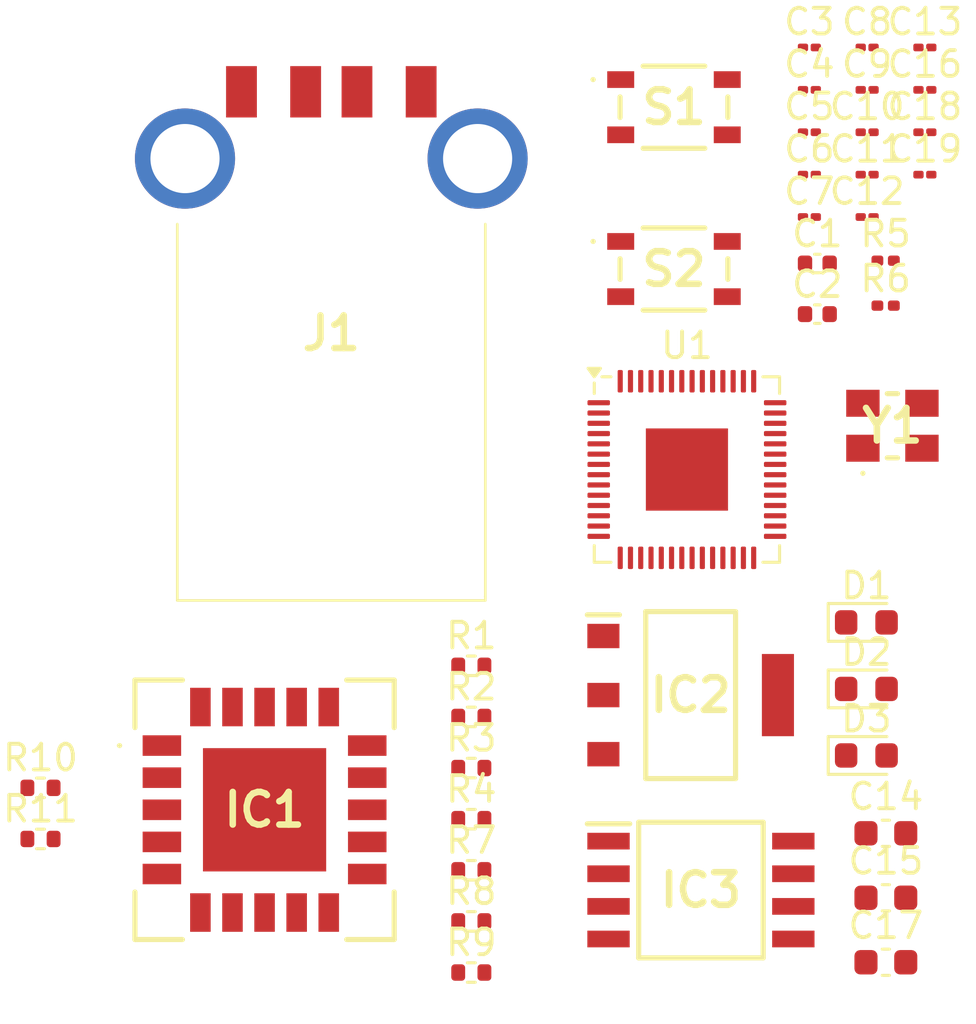
<source format=kicad_pcb>
(kicad_pcb (version 20241229) (generator "pcbnew") (generator_version "9.0")
  (layers (0 "F.Cu" signal) (2 "B.Cu" signal) (13 "F.Paste" user) (15 "B.Paste" user) (5 "F.SilkS" user "F.Silkscreen") (7 "B.SilkS" user "B.Silkscreen") (1 "F.Mask" user) (3 "B.Mask" user) (25 "Edge.Cuts" user))
  (net 0 "")
  (net 19 "+3.3V")
  (net 24 "Net-(U1-VREG_VOUT)")
  (net 30 "/QSPI_SCLK")
  (net 35 "/QSPI_SS")
  (net 36 "/QSPI_SD3")
  (net 37 "/QSPI_SD0")
  (net 38 "Net-(U1-USB_DP)")
  (net 44 "Net-(U1-USB_DM)")
  (net 51 "Net-(S1-NO_2)")
  (net 54 "/QSPI_SD2")
  (net 57 "D+")
  (net 58 "GND")
  (net 59 "+5V")
  (net 60 "D-")
  (net 61 "Net-(Y1-CRYSTAL_2)")
  (net 62 "/Xin")
  (net 63 "/Xout")
  (net 64 "/QSPI_SD1")
  (net 65 "/SDA")
  (net 66 "/SCL")
  (net 67 "Net-(S2-COM_1)")
  (net 70 "Net-(D1-K)")
  (net 71 "Net-(D1-A)")
  (net 72 "Net-(D2-A)")
  (net 73 "Net-(D2-K)")
  (net 74 "Net-(D3-K)")
  (net 75 "Net-(D3-A)")
  (footprint "Capacitor_SMD:C_01005_0402Metric" (layer "F.Cu") (at 98.645 47.79)
    (property "Reference" "C7" (at 0 -1 0) (layer "F.SilkS"))
    (property "Value" "100n")
    (pad "1" smd roundrect (at -0.25 0) (size 0.4 0.3) (layers "F.Cu" "F.Mask") (net 19 "+3.3V"))
    (pad "2" smd roundrect (at 0.25 0) (size 0.4 0.3) (layers "F.Cu" "F.Mask") (net 58 "GND"))
  )
  (footprint "Imported_parts:SCD41DR1" (layer "F.Cu") (at 77.42 70.865)
    (property "Reference" "IC1" (at 0 0 0) (layer "F.SilkS") (effects (font (size 1.27 1.27) (thickness 0.254))))
    (property "Value" "SCD41-D-R1" (hide yes))
    (fp_line (start -5.7 -2.5) (end -5.7 -2.5) (stroke (width 0.1)) (layer "F.SilkS"))
    (fp_line (start -5.6 -2.5) (end -5.6 -2.5) (stroke (width 0.1)) (layer "F.SilkS"))
    (fp_line (start -5.05 -5.05) (end -3.2 -5.05) (stroke (width 0.2)) (layer "F.SilkS"))
    (fp_line (start -5.05 -3.2) (end -5.05 -5.05) (stroke (width 0.2)) (layer "F.SilkS"))
    (fp_line (start -5.05 5.05) (end -5.05 3.2) (stroke (width 0.2)) (layer "F.SilkS"))
    (fp_line (start -3.2 5.05) (end -5.05 5.05) (stroke (width 0.2)) (layer "F.SilkS"))
    (fp_line (start 3.2 -5.05) (end 5.05 -5.05) (stroke (width 0.2)) (layer "F.SilkS"))
    (fp_line (start 3.2 5.05) (end 5.05 5.05) (stroke (width 0.2)) (layer "F.SilkS"))
    (fp_line (start 5.05 -5.05) (end 5.05 -3.2) (stroke (width 0.2)) (layer "F.SilkS"))
    (fp_line (start 5.05 5.05) (end 5.05 3.2) (stroke (width 0.2)) (layer "F.SilkS"))
    (fp_arc (start -5.7 -2.5) (mid -5.65 -2.55) (end -5.6 -2.5) (stroke (width 0.1)) (layer "F.SilkS"))
    (fp_arc (start -5.6 -2.5) (mid -5.65 -2.45) (end -5.7 -2.5) (stroke (width 0.1)) (layer "F.SilkS"))
    (pad "1" smd rect (at -4 -2.5 90) (size 0.8 1.5) (layers "F.Cu" "F.Mask" "F.Paste"))
    (pad "2" smd rect (at -4 -1.25 90) (size 0.8 1.5) (layers "F.Cu" "F.Mask" "F.Paste"))
    (pad "3" smd rect (at -4 0 90) (size 0.8 1.5) (layers "F.Cu" "F.Mask" "F.Paste"))
    (pad "4" smd rect (at -4 1.25 90) (size 0.8 1.5) (layers "F.Cu" "F.Mask" "F.Paste"))
    (pad "5" smd rect (at -4 2.5 90) (size 0.8 1.5) (layers "F.Cu" "F.Mask" "F.Paste"))
    (pad "6" smd rect (at -2.5 4) (size 0.8 1.5) (layers "F.Cu" "F.Mask" "F.Paste") (net 58 "GND"))
    (pad "7" smd rect (at -1.25 4) (size 0.8 1.5) (layers "F.Cu" "F.Mask" "F.Paste") (net 19 "+3.3V"))
    (pad "8" smd rect (at 0 4) (size 0.8 1.5) (layers "F.Cu" "F.Mask" "F.Paste"))
    (pad "9" smd rect (at 1.25 4) (size 0.8 1.5) (layers "F.Cu" "F.Mask" "F.Paste") (net 66 "/SCL"))
    (pad "10" smd rect (at 2.5 4) (size 0.8 1.5) (layers "F.Cu" "F.Mask" "F.Paste") (net 65 "/SDA"))
    (pad "11" smd rect (at 4 2.5 90) (size 0.8 1.5) (layers "F.Cu" "F.Mask" "F.Paste"))
    (pad "12" smd rect (at 4 1.25 90) (size 0.8 1.5) (layers "F.Cu" "F.Mask" "F.Paste"))
    (pad "13" smd rect (at 4 0 90) (size 0.8 1.5) (layers "F.Cu" "F.Mask" "F.Paste"))
    (pad "14" smd rect (at 4 -1.25 90) (size 0.8 1.5) (layers "F.Cu" "F.Mask" "F.Paste"))
    (pad "15" smd rect (at 4 -2.5 90) (size 0.8 1.5) (layers "F.Cu" "F.Mask" "F.Paste"))
    (pad "16" smd rect (at 2.5 -4) (size 0.8 1.5) (layers "F.Cu" "F.Mask" "F.Paste"))
    (pad "17" smd rect (at 1.25 -4) (size 0.8 1.5) (layers "F.Cu" "F.Mask" "F.Paste"))
    (pad "18" smd rect (at 0 -4) (size 0.8 1.5) (layers "F.Cu" "F.Mask" "F.Paste"))
    (pad "19" smd rect (at -1.25 -4) (size 0.8 1.5) (layers "F.Cu" "F.Mask" "F.Paste") (net 19 "+3.3V"))
    (pad "20" smd rect (at -2.5 -4) (size 0.8 1.5) (layers "F.Cu" "F.Mask" "F.Paste") (net 58 "GND"))
    (pad "21" smd rect (at 0 0) (size 4.8 4.8) (layers "F.Cu" "F.Mask" "F.Paste") (net 58 "GND"))
  )
  (footprint "Capacitor_SMD:C_01005_0402Metric" (layer "F.Cu") (at 103.145 41.19)
    (property "Reference" "C13" (at 0 -1 0) (layer "F.SilkS"))
    (property "Value" "1u")
    (pad "1" smd roundrect (at -0.25 0) (size 0.4 0.3) (layers "F.Cu" "F.Mask") (net 24 "Net-(U1-VREG_VOUT)"))
    (pad "2" smd roundrect (at 0.25 0) (size 0.4 0.3) (layers "F.Cu" "F.Mask") (net 58 "GND"))
  )
  (footprint "Capacitor_SMD:C_01005_0402Metric" (layer "F.Cu") (at 98.645 41.19)
    (property "Reference" "C3" (at 0 -1 0) (layer "F.SilkS"))
    (property "Value" "100n")
    (pad "1" smd roundrect (at -0.25 0) (size 0.4 0.3) (layers "F.Cu" "F.Mask") (net 19 "+3.3V"))
    (pad "2" smd roundrect (at 0.25 0) (size 0.4 0.3) (layers "F.Cu" "F.Mask") (net 58 "GND"))
  )
  (footprint "Imported_parts:SOT230P700X180-4N" (layer "F.Cu") (at 94.02 66.4)
    (property "Reference" "IC2" (at 0 0 0) (layer "F.SilkS") (effects (font (size 1.27 1.27) (thickness 0.254))))
    (property "Value" "NCP1117ST33T3G" (hide yes))
    (fp_line (start -4.025 -3.125) (end -2.775 -3.125) (stroke (width 0.2)) (layer "F.SilkS"))
    (fp_line (start -1.75 -3.25) (end 1.75 -3.25) (stroke (width 0.2)) (layer "F.SilkS"))
    (fp_line (start -1.75 3.25) (end -1.75 -3.25) (stroke (width 0.2)) (layer "F.SilkS"))
    (fp_line (start 1.75 -3.25) (end 1.75 3.25) (stroke (width 0.2)) (layer "F.SilkS"))
    (fp_line (start 1.75 3.25) (end -1.75 3.25) (stroke (width 0.2)) (layer "F.SilkS"))
    (pad "1" smd rect (at -3.4 -2.3 90) (size 0.95 1.25) (layers "F.Cu" "F.Mask" "F.Paste") (net 58 "GND"))
    (pad "2" smd rect (at -3.4 0 90) (size 0.95 1.25) (layers "F.Cu" "F.Mask" "F.Paste") (net 19 "+3.3V"))
    (pad "3" smd rect (at -3.4 2.3 90) (size 0.95 1.25) (layers "F.Cu" "F.Mask" "F.Paste") (net 59 "+5V"))
    (pad "4" smd rect (at 3.4 0) (size 1.25 3.2) (layers "F.Cu" "F.Mask" "F.Paste"))
  )
  (footprint "Capacitor_SMD:C_01005_0402Metric" (layer "F.Cu") (at 103.145 44.49)
    (property "Reference" "C18" (at 0 -1 0) (layer "F.SilkS"))
    (property "Value" "100n")
    (pad "1" smd roundrect (at -0.25 0) (size 0.4 0.3) (layers "F.Cu" "F.Mask") (net 19 "+3.3V"))
    (pad "2" smd roundrect (at 0.25 0) (size 0.4 0.3) (layers "F.Cu" "F.Mask") (net 58 "GND"))
  )
  (footprint "Capacitor_SMD:C_01005_0402Metric" (layer "F.Cu") (at 100.895 42.84)
    (property "Reference" "C9" (at 0 -1 0) (layer "F.SilkS"))
    (property "Value" "100n")
    (pad "1" smd roundrect (at -0.25 0) (size 0.4 0.3) (layers "F.Cu" "F.Mask") (net 19 "+3.3V"))
    (pad "2" smd roundrect (at 0.25 0) (size 0.4 0.3) (layers "F.Cu" "F.Mask") (net 58 "GND"))
  )
  (footprint "Resistor_SMD:R_0402_1005Metric" (layer "F.Cu") (at 85.475 65.26)
    (property "Reference" "R1" (at 0 -1.17 0) (layer "F.SilkS"))
    (property "Value" "1k")
    (fp_line (start -0.153641 -0.38) (end 0.153641 -0.38) (stroke (width 0.12)) (layer "F.SilkS"))
    (fp_line (start -0.153641 0.38) (end 0.153641 0.38) (stroke (width 0.12)) (layer "F.SilkS"))
    (pad "1" smd roundrect (at -0.51 0) (size 0.54 0.64) (layers "F.Cu" "F.Mask" "F.Paste") (net 61 "Net-(Y1-CRYSTAL_2)"))
    (pad "2" smd roundrect (at 0.51 0) (size 0.54 0.64) (layers "F.Cu" "F.Mask" "F.Paste") (net 63 "/Xout"))
  )
  (footprint "Capacitor_SMD:C_0603_1608Metric" (layer "F.Cu") (at 101.625 74.29)
    (property "Reference" "C15" (at 0 -1.43 0) (layer "F.SilkS"))
    (property "Value" "10u")
    (fp_line (start -0.14058 -0.51) (end 0.14058 -0.51) (stroke (width 0.12)) (layer "F.SilkS"))
    (fp_line (start -0.14058 0.51) (end 0.14058 0.51) (stroke (width 0.12)) (layer "F.SilkS"))
    (pad "1" smd roundrect (at -0.775 0) (size 0.9 0.95) (layers "F.Cu" "F.Mask" "F.Paste") (net 19 "+3.3V"))
    (pad "2" smd roundrect (at 0.775 0) (size 0.9 0.95) (layers "F.Cu" "F.Mask" "F.Paste") (net 58 "GND"))
  )
  (footprint "Resistor_SMD:R_0402_1005Metric" (layer "F.Cu") (at 68.69 70.01)
    (property "Reference" "R10" (at 0 -1.17 0) (layer "F.SilkS"))
    (property "Value" "10k")
    (fp_line (start -0.153641 -0.38) (end 0.153641 -0.38) (stroke (width 0.12)) (layer "F.SilkS"))
    (fp_line (start -0.153641 0.38) (end 0.153641 0.38) (stroke (width 0.12)) (layer "F.SilkS"))
    (pad "1" smd roundrect (at -0.51 0) (size 0.54 0.64) (layers "F.Cu" "F.Mask" "F.Paste") (net 65 "/SDA"))
    (pad "2" smd roundrect (at 0.51 0) (size 0.54 0.64) (layers "F.Cu" "F.Mask" "F.Paste") (net 19 "+3.3V"))
  )
  (footprint "Package_DFN_QFN:QFN-56-1EP_7x7mm_P0.4mm_EP3.2x3.2mm" (layer "F.Cu") (at 93.875 57.62)
    (property "Reference" "U1" (at 0 -4.83 0) (layer "F.SilkS"))
    (property "Value" "RP2040")
    (fp_line (start -3.61 -2.96) (end -3.61 -3.37) (stroke (width 0.12)) (layer "F.SilkS"))
    (fp_line (start -3.61 3.61) (end -3.61 2.96) (stroke (width 0.12)) (layer "F.SilkS"))
    (fp_line (start -2.96 -3.61) (end -3.31 -3.61) (stroke (width 0.12)) (layer "F.SilkS"))
    (fp_line (start -2.96 3.61) (end -3.61 3.61) (stroke (width 0.12)) (layer "F.SilkS"))
    (fp_line (start 2.96 -3.61) (end 3.61 -3.61) (stroke (width 0.12)) (layer "F.SilkS"))
    (fp_line (start 2.96 3.61) (end 3.61 3.61) (stroke (width 0.12)) (layer "F.SilkS"))
    (fp_line (start 3.61 -3.61) (end 3.61 -2.96) (stroke (width 0.12)) (layer "F.SilkS"))
    (fp_line (start 3.61 3.61) (end 3.61 2.96) (stroke (width 0.12)) (layer "F.SilkS"))
    (fp_poly (pts (xy -3.61 -3.61) (xy -3.85 -3.94) (xy -3.37 -3.94)) (stroke (width 0.12)) (fill yes) (layer "F.SilkS"))
    (pad "1" smd roundrect (at -3.4375 -2.6) (size 0.875 0.2) (layers "F.Cu" "F.Mask" "F.Paste") (net 19 "+3.3V"))
    (pad "2" smd roundrect (at -3.4375 -2.2) (size 0.875 0.2) (layers "F.Cu" "F.Mask" "F.Paste"))
    (pad "3" smd roundrect (at -3.4375 -1.8) (size 0.875 0.2) (layers "F.Cu" "F.Mask" "F.Paste"))
    (pad "4" smd roundrect (at -3.4375 -1.4) (size 0.875 0.2) (layers "F.Cu" "F.Mask" "F.Paste"))
    (pad "5" smd roundrect (at -3.4375 -1) (size 0.875 0.2) (layers "F.Cu" "F.Mask" "F.Paste"))
    (pad "6" smd roundrect (at -3.4375 -0.6) (size 0.875 0.2) (layers "F.Cu" "F.Mask" "F.Paste"))
    (pad "7" smd roundrect (at -3.4375 -0.2) (size 0.875 0.2) (layers "F.Cu" "F.Mask" "F.Paste"))
    (pad "8" smd roundrect (at -3.4375 0.2) (size 0.875 0.2) (layers "F.Cu" "F.Mask" "F.Paste"))
    (pad "9" smd roundrect (at -3.4375 0.6) (size 0.875 0.2) (layers "F.Cu" "F.Mask" "F.Paste"))
    (pad "10" smd roundrect (at -3.4375 1) (size 0.875 0.2) (layers "F.Cu" "F.Mask" "F.Paste") (net 19 "+3.3V"))
    (pad "11" smd roundrect (at -3.4375 1.4) (size 0.875 0.2) (layers "F.Cu" "F.Mask" "F.Paste"))
    (pad "12" smd roundrect (at -3.4375 1.8) (size 0.875 0.2) (layers "F.Cu" "F.Mask" "F.Paste"))
    (pad "13" smd roundrect (at -3.4375 2.2) (size 0.875 0.2) (layers "F.Cu" "F.Mask" "F.Paste"))
    (pad "14" smd roundrect (at -3.4375 2.6) (size 0.875 0.2) (layers "F.Cu" "F.Mask" "F.Paste"))
    (pad "15" smd roundrect (at -2.6 3.4375) (size 0.2 0.875) (layers "F.Cu" "F.Mask" "F.Paste"))
    (pad "16" smd roundrect (at -2.2 3.4375) (size 0.2 0.875) (layers "F.Cu" "F.Mask" "F.Paste") (net 71 "Net-(D1-A)"))
    (pad "17" smd roundrect (at -1.8 3.4375) (size 0.2 0.875) (layers "F.Cu" "F.Mask" "F.Paste") (net 72 "Net-(D2-A)"))
    (pad "18" smd roundrect (at -1.4 3.4375) (size 0.2 0.875) (layers "F.Cu" "F.Mask" "F.Paste") (net 75 "Net-(D3-A)"))
    (pad "19" smd roundrect (at -1 3.4375) (size 0.2 0.875) (layers "F.Cu" "F.Mask" "F.Paste") (net 58 "GND"))
    (pad "20" smd roundrect (at -0.6 3.4375) (size 0.2 0.875) (layers "F.Cu" "F.Mask" "F.Paste") (net 62 "/Xin"))
    (pad "21" smd roundrect (at -0.2 3.4375) (size 0.2 0.875) (layers "F.Cu" "F.Mask" "F.Paste") (net 63 "/Xout"))
    (pad "22" smd roundrect (at 0.2 3.4375) (size 0.2 0.875) (layers "F.Cu" "F.Mask" "F.Paste") (net 19 "+3.3V"))
    (pad "23" smd roundrect (at 0.6 3.4375) (size 0.2 0.875) (layers "F.Cu" "F.Mask" "F.Paste") (net 24 "Net-(U1-VREG_VOUT)"))
    (pad "24" smd roundrect (at 1 3.4375) (size 0.2 0.875) (layers "F.Cu" "F.Mask" "F.Paste"))
    (pad "25" smd roundrect (at 1.4 3.4375) (size 0.2 0.875) (layers "F.Cu" "F.Mask" "F.Paste"))
    (pad "26" smd roundrect (at 1.8 3.4375) (size 0.2 0.875) (layers "F.Cu" "F.Mask" "F.Paste") (net 67 "Net-(S2-COM_1)"))
    (pad "27" smd roundrect (at 2.2 3.4375) (size 0.2 0.875) (layers "F.Cu" "F.Mask" "F.Paste") (net 65 "/SDA"))
    (pad "28" smd roundrect (at 2.6 3.4375) (size 0.2 0.875) (layers "F.Cu" "F.Mask" "F.Paste") (net 66 "/SCL"))
    (pad "29" smd roundrect (at 3.4375 2.6) (size 0.875 0.2) (layers "F.Cu" "F.Mask" "F.Paste"))
    (pad "30" smd roundrect (at 3.4375 2.2) (size 0.875 0.2) (layers "F.Cu" "F.Mask" "F.Paste"))
    (pad "31" smd roundrect (at 3.4375 1.8) (size 0.875 0.2) (layers "F.Cu" "F.Mask" "F.Paste"))
    (pad "32" smd roundrect (at 3.4375 1.4) (size 0.875 0.2) (layers "F.Cu" "F.Mask" "F.Paste"))
    (pad "33" smd roundrect (at 3.4375 1) (size 0.875 0.2) (layers "F.Cu" "F.Mask" "F.Paste") (net 19 "+3.3V"))
    (pad "34" smd roundrect (at 3.4375 0.6) (size 0.875 0.2) (layers "F.Cu" "F.Mask" "F.Paste"))
    (pad "35" smd roundrect (at 3.4375 0.2) (size 0.875 0.2) (layers "F.Cu" "F.Mask" "F.Paste"))
    (pad "36" smd roundrect (at 3.4375 -0.2) (size 0.875 0.2) (layers "F.Cu" "F.Mask" "F.Paste"))
    (pad "37" smd roundrect (at 3.4375 -0.6) (size 0.875 0.2) (layers "F.Cu" "F.Mask" "F.Paste"))
    (pad "38" smd roundrect (at 3.4375 -1) (size 0.875 0.2) (layers "F.Cu" "F.Mask" "F.Paste"))
    (pad "39" smd roundrect (at 3.4375 -1.4) (size 0.875 0.2) (layers "F.Cu" "F.Mask" "F.Paste"))
    (pad "40" smd roundrect (at 3.4375 -1.8) (size 0.875 0.2) (layers "F.Cu" "F.Mask" "F.Paste"))
    (pad "41" smd roundrect (at 3.4375 -2.2) (size 0.875 0.2) (layers "F.Cu" "F.Mask" "F.Paste"))
    (pad "42" smd roundrect (at 3.4375 -2.6) (size 0.875 0.2) (layers "F.Cu" "F.Mask" "F.Paste") (net 19 "+3.3V"))
    (pad "43" smd roundrect (at 2.6 -3.4375) (size 0.2 0.875) (layers "F.Cu" "F.Mask" "F.Paste") (net 19 "+3.3V"))
    (pad "44" smd roundrect (at 2.2 -3.4375) (size 0.2 0.875) (layers "F.Cu" "F.Mask" "F.Paste") (net 19 "+3.3V"))
    (pad "45" smd roundrect (at 1.8 -3.4375) (size 0.2 0.875) (layers "F.Cu" "F.Mask" "F.Paste") (net 24 "Net-(U1-VREG_VOUT)"))
    (pad "46" smd roundrect (at 1.4 -3.4375) (size 0.2 0.875) (layers "F.Cu" "F.Mask" "F.Paste") (net 44 "Net-(U1-USB_DM)"))
    (pad "47" smd roundrect (at 1 -3.4375) (size 0.2 0.875) (layers "F.Cu" "F.Mask" "F.Paste") (net 38 "Net-(U1-USB_DP)"))
    (pad "48" smd roundrect (at 0.6 -3.4375) (size 0.2 0.875) (layers "F.Cu" "F.Mask" "F.Paste") (net 19 "+3.3V"))
    (pad "49" smd roundrect (at 0.2 -3.4375) (size 0.2 0.875) (layers "F.Cu" "F.Mask" "F.Paste") (net 19 "+3.3V"))
    (pad "50" smd roundrect (at -0.2 -3.4375) (size 0.2 0.875) (layers "F.Cu" "F.Mask" "F.Paste") (net 24 "Net-(U1-VREG_VOUT)"))
    (pad "51" smd roundrect (at -0.6 -3.4375) (size 0.2 0.875) (layers "F.Cu" "F.Mask" "F.Paste") (net 36 "/QSPI_SD3"))
    (pad "52" smd roundrect (at -1 -3.4375) (size 0.2 0.875) (layers "F.Cu" "F.Mask" "F.Paste") (net 30 "/QSPI_SCLK"))
    (pad "53" smd roundrect (at -1.4 -3.4375) (size 0.2 0.875) (layers "F.Cu" "F.Mask" "F.Paste") (net 37 "/QSPI_SD0"))
    (pad "54" smd roundrect (at -1.8 -3.4375) (size 0.2 0.875) (layers "F.Cu" "F.Mask" "F.Paste") (net 54 "/QSPI_SD2"))
    (pad "55" smd roundrect (at -2.2 -3.4375) (size 0.2 0.875) (layers "F.Cu" "F.Mask" "F.Paste") (net 64 "/QSPI_SD1"))
    (pad "56" smd roundrect (at -2.6 -3.4375) (size 0.2 0.875) (layers "F.Cu" "F.Mask" "F.Paste") (net 35 "/QSPI_SS"))
    (pad "57" smd rect (at 0 0) (size 3.2 3.2) (property pad_prop_heatsink) (layers "F.Cu" "F.Mask") (net 58 "GND"))
  )
  (footprint "Imported_parts:SOIC127P790X216-8N" (layer "F.Cu") (at 94.42 73.99)
    (property "Reference" "IC3" (at 0 0 0) (layer "F.SilkS") (effects (font (size 1.27 1.27) (thickness 0.254))))
    (property "Value" "W25Q32JVSSIQ" (hide yes))
    (fp_line (start -4.425 -2.58) (end -2.775 -2.58) (stroke (width 0.2)) (layer "F.SilkS"))
    (fp_line (start -2.425 -2.64) (end 2.425 -2.64) (stroke (width 0.2)) (layer "F.SilkS"))
    (fp_line (start -2.425 2.64) (end -2.425 -2.64) (stroke (width 0.2)) (layer "F.SilkS"))
    (fp_line (start 2.425 -2.64) (end 2.425 2.64) (stroke (width 0.2)) (layer "F.SilkS"))
    (fp_line (start 2.425 2.64) (end -2.425 2.64) (stroke (width 0.2)) (layer "F.SilkS"))
    (pad "1" smd rect (at -3.6 -1.905 90) (size 0.65 1.65) (layers "F.Cu" "F.Mask" "F.Paste") (net 35 "/QSPI_SS"))
    (pad "2" smd rect (at -3.6 -0.635 90) (size 0.65 1.65) (layers "F.Cu" "F.Mask" "F.Paste"))
    (pad "3" smd rect (at -3.6 0.635 90) (size 0.65 1.65) (layers "F.Cu" "F.Mask" "F.Paste"))
    (pad "4" smd rect (at -3.6 1.905 90) (size 0.65 1.65) (layers "F.Cu" "F.Mask" "F.Paste") (net 58 "GND"))
    (pad "5" smd rect (at 3.6 1.905 90) (size 0.65 1.65) (layers "F.Cu" "F.Mask" "F.Paste") (net 37 "/QSPI_SD0"))
    (pad "6" smd rect (at 3.6 0.635 90) (size 0.65 1.65) (layers "F.Cu" "F.Mask" "F.Paste") (net 30 "/QSPI_SCLK"))
    (pad "7" smd rect (at 3.6 -0.635 90) (size 0.65 1.65) (layers "F.Cu" "F.Mask" "F.Paste") (net 36 "/QSPI_SD3"))
    (pad "8" smd rect (at 3.6 -1.905 90) (size 0.65 1.65) (layers "F.Cu" "F.Mask" "F.Paste") (net 19 "+3.3V"))
  )
  (footprint "Resistor_SMD:R_0402_1005Metric" (layer "F.Cu") (at 85.475 73.22)
    (property "Reference" "R7" (at 0 -1.17 0) (layer "F.SilkS"))
    (property "Value" "100")
    (fp_line (start -0.153641 -0.38) (end 0.153641 -0.38) (stroke (width 0.12)) (layer "F.SilkS"))
    (fp_line (start -0.153641 0.38) (end 0.153641 0.38) (stroke (width 0.12)) (layer "F.SilkS"))
    (pad "1" smd roundrect (at -0.51 0) (size 0.54 0.64) (layers "F.Cu" "F.Mask" "F.Paste") (net 70 "Net-(D1-K)"))
    (pad "2" smd roundrect (at 0.51 0) (size 0.54 0.64) (layers "F.Cu" "F.Mask" "F.Paste") (net 58 "GND"))
  )
  (footprint "LED_SMD:LED_0603_1608Metric" (layer "F.Cu") (at 100.865 63.57)
    (property "Reference" "D1" (at 0 -1.43 0) (layer "F.SilkS"))
    (property "Value" "LED")
    (fp_line (start -1.485 -0.735) (end -1.485 0.735) (stroke (width 0.12)) (layer "F.SilkS"))
    (fp_line (start -1.485 0.735) (end 0.8 0.735) (stroke (width 0.12)) (layer "F.SilkS"))
    (fp_line (start 0.8 -0.735) (end -1.485 -0.735) (stroke (width 0.12)) (layer "F.SilkS"))
    (pad "1" smd roundrect (at -0.7875 0) (size 0.875 0.95) (layers "F.Cu" "F.Mask" "F.Paste") (net 70 "Net-(D1-K)"))
    (pad "2" smd roundrect (at 0.7875 0) (size 0.875 0.95) (layers "F.Cu" "F.Mask" "F.Paste") (net 71 "Net-(D1-A)"))
  )
  (footprint "Resistor_SMD:R_0402_1005Metric" (layer "F.Cu") (at 85.475 67.25)
    (property "Reference" "R2" (at 0 -1.17 0) (layer "F.SilkS"))
    (property "Value" "27.4")
    (fp_line (start -0.153641 -0.38) (end 0.153641 -0.38) (stroke (width 0.12)) (layer "F.SilkS"))
    (fp_line (start -0.153641 0.38) (end 0.153641 0.38) (stroke (width 0.12)) (layer "F.SilkS"))
    (pad "1" smd roundrect (at -0.51 0) (size 0.54 0.64) (layers "F.Cu" "F.Mask" "F.Paste") (net 57 "D+"))
    (pad "2" smd roundrect (at 0.51 0) (size 0.54 0.64) (layers "F.Cu" "F.Mask" "F.Paste") (net 38 "Net-(U1-USB_DP)"))
  )
  (footprint "Capacitor_SMD:C_01005_0402Metric" (layer "F.Cu") (at 103.145 46.14)
    (property "Reference" "C19" (at 0 -1 0) (layer "F.SilkS"))
    (property "Value" "100n")
    (pad "1" smd roundrect (at -0.25 0) (size 0.4 0.3) (layers "F.Cu" "F.Mask") (net 19 "+3.3V"))
    (pad "2" smd roundrect (at 0.25 0) (size 0.4 0.3) (layers "F.Cu" "F.Mask") (net 58 "GND"))
  )
  (footprint "Resistor_SMD:R_0201_0603Metric" (layer "F.Cu") (at 101.615 49.49)
    (property "Reference" "R5" (at 0 -1.05 0) (layer "F.SilkS"))
    (property "Value" "10k")
    (pad "1" smd roundrect (at -0.32 0) (size 0.46 0.4) (layers "F.Cu" "F.Mask") (net 35 "/QSPI_SS"))
    (pad "2" smd roundrect (at 0.32 0) (size 0.46 0.4) (layers "F.Cu" "F.Mask") (net 19 "+3.3V"))
  )
  (footprint "Capacitor_SMD:C_0402_1005Metric" (layer "F.Cu") (at 98.955 51.57)
    (property "Reference" "C2" (at 0 -1.16 0) (layer "F.SilkS"))
    (property "Value" "15p")
    (fp_line (start -0.107836 -0.36) (end 0.107836 -0.36) (stroke (width 0.12)) (layer "F.SilkS"))
    (fp_line (start -0.107836 0.36) (end 0.107836 0.36) (stroke (width 0.12)) (layer "F.SilkS"))
    (pad "1" smd roundrect (at -0.48 0) (size 0.56 0.62) (layers "F.Cu" "F.Mask" "F.Paste") (net 61 "Net-(Y1-CRYSTAL_2)"))
    (pad "2" smd roundrect (at 0.48 0) (size 0.56 0.62) (layers "F.Cu" "F.Mask" "F.Paste") (net 58 "GND"))
  )
  (footprint "Capacitor_SMD:C_01005_0402Metric" (layer "F.Cu") (at 100.895 47.79)
    (property "Reference" "C12" (at 0 -1 0) (layer "F.SilkS"))
    (property "Value" "100n")
    (pad "1" smd roundrect (at -0.25 0) (size 0.4 0.3) (layers "F.Cu" "F.Mask") (net 24 "Net-(U1-VREG_VOUT)"))
    (pad "2" smd roundrect (at 0.25 0) (size 0.4 0.3) (layers "F.Cu" "F.Mask") (net 58 "GND"))
  )
  (footprint "Capacitor_SMD:C_0402_1005Metric" (layer "F.Cu") (at 98.955 49.6)
    (property "Reference" "C1" (at 0 -1.16 0) (layer "F.SilkS"))
    (property "Value" "15p")
    (fp_line (start -0.107836 -0.36) (end 0.107836 -0.36) (stroke (width 0.12)) (layer "F.SilkS"))
    (fp_line (start -0.107836 0.36) (end 0.107836 0.36) (stroke (width 0.12)) (layer "F.SilkS"))
    (pad "1" smd roundrect (at -0.48 0) (size 0.56 0.62) (layers "F.Cu" "F.Mask" "F.Paste") (net 62 "/Xin"))
    (pad "2" smd roundrect (at 0.48 0) (size 0.56 0.62) (layers "F.Cu" "F.Mask" "F.Paste") (net 58 "GND"))
  )
  (footprint "Imported_parts:17340281" (layer "F.Cu") (at 80.02 52.815)
    (property "Reference" "J1" (at 0 -0.5 0) (layer "F.SilkS") (effects (font (size 1.27 1.27) (thickness 0.254))))
    (property "Value" "1734028-1" (hide yes))
    (fp_line (start -6 9.9) (end -6 -4.75) (stroke (width 0.1)) (layer "F.SilkS"))
    (fp_line (start 6 -4.75) (end 6 9.75) (stroke (width 0.1)) (layer "F.SilkS"))
    (fp_line (start 6 9.75) (end 6 9.9) (stroke (width 0.1)) (layer "F.SilkS"))
    (fp_line (start 6 9.9) (end -6 9.9) (stroke (width 0.1)) (layer "F.SilkS"))
    (pad "" np_thru_hole circle (at -2.25 -7.3) (size 1.1 1.1) (drill 1.1) (layers "*.Cu" "*.Mask"))
    (pad "" np_thru_hole circle (at 2.25 -7.3) (size 1.1 1.1) (drill 1.1) (layers "*.Cu" "*.Mask"))
    (pad "1" smd rect (at 3.5 -9.9) (size 1.2 2) (layers "F.Cu" "F.Mask" "F.Paste") (net 59 "+5V"))
    (pad "2" smd rect (at 1 -9.9) (size 1.2 2) (layers "F.Cu" "F.Mask" "F.Paste") (net 60 "D-"))
    (pad "3" smd rect (at -1 -9.9) (size 1.2 2) (layers "F.Cu" "F.Mask" "F.Paste") (net 57 "D+"))
    (pad "4" smd rect (at -3.5 -9.9) (size 1.2 2) (layers "F.Cu" "F.Mask" "F.Paste") (net 58 "GND"))
    (pad "MH1" thru_hole circle (at -5.7 -7.3) (size 3.9 3.9) (drill 2.6926) (layers "*.Cu" "*.Mask") (net 58 "GND"))
    (pad "MH2" thru_hole circle (at 5.7 -7.3) (size 3.9 3.9) (drill 2.6926) (layers "*.Cu" "*.Mask") (net 58 "GND"))
  )
  (footprint "Capacitor_SMD:C_0603_1608Metric" (layer "F.Cu") (at 101.625 76.8)
    (property "Reference" "C17" (at 0 -1.43 0) (layer "F.SilkS"))
    (property "Value" "10u")
    (fp_line (start -0.14058 -0.51) (end 0.14058 -0.51) (stroke (width 0.12)) (layer "F.SilkS"))
    (fp_line (start -0.14058 0.51) (end 0.14058 0.51) (stroke (width 0.12)) (layer "F.SilkS"))
    (pad "1" smd roundrect (at -0.775 0) (size 0.9 0.95) (layers "F.Cu" "F.Mask" "F.Paste") (net 19 "+3.3V"))
    (pad "2" smd roundrect (at 0.775 0) (size 0.9 0.95) (layers "F.Cu" "F.Mask" "F.Paste") (net 58 "GND"))
  )
  (footprint "Resistor_SMD:R_0402_1005Metric" (layer "F.Cu") (at 85.475 71.23)
    (property "Reference" "R4" (at 0 -1.17 0) (layer "F.SilkS"))
    (property "Value" "1k")
    (fp_line (start -0.153641 -0.38) (end 0.153641 -0.38) (stroke (width 0.12)) (layer "F.SilkS"))
    (fp_line (start -0.153641 0.38) (end 0.153641 0.38) (stroke (width 0.12)) (layer "F.SilkS"))
    (pad "1" smd roundrect (at -0.51 0) (size 0.54 0.64) (layers "F.Cu" "F.Mask" "F.Paste") (net 51 "Net-(S1-NO_2)"))
    (pad "2" smd roundrect (at 0.51 0) (size 0.54 0.64) (layers "F.Cu" "F.Mask" "F.Paste") (net 35 "/QSPI_SS"))
  )
  (footprint "Resistor_SMD:R_0402_1005Metric" (layer "F.Cu") (at 68.69 72)
    (property "Reference" "R11" (at 0 -1.17 0) (layer "F.SilkS"))
    (property "Value" "10k")
    (fp_line (start -0.153641 -0.38) (end 0.153641 -0.38) (stroke (width 0.12)) (layer "F.SilkS"))
    (fp_line (start -0.153641 0.38) (end 0.153641 0.38) (stroke (width 0.12)) (layer "F.SilkS"))
    (pad "1" smd roundrect (at -0.51 0) (size 0.54 0.64) (layers "F.Cu" "F.Mask" "F.Paste") (net 66 "/SCL"))
    (pad "2" smd roundrect (at 0.51 0) (size 0.54 0.64) (layers "F.Cu" "F.Mask" "F.Paste") (net 19 "+3.3V"))
  )
  (footprint "Resistor_SMD:R_0402_1005Metric" (layer "F.Cu") (at 85.475 77.2)
    (property "Reference" "R9" (at 0 -1.17 0) (layer "F.SilkS"))
    (property "Value" "100")
    (fp_line (start -0.153641 -0.38) (end 0.153641 -0.38) (stroke (width 0.12)) (layer "F.SilkS"))
    (fp_line (start -0.153641 0.38) (end 0.153641 0.38) (stroke (width 0.12)) (layer "F.SilkS"))
    (pad "1" smd roundrect (at -0.51 0) (size 0.54 0.64) (layers "F.Cu" "F.Mask" "F.Paste") (net 74 "Net-(D3-K)"))
    (pad "2" smd roundrect (at 0.51 0) (size 0.54 0.64) (layers "F.Cu" "F.Mask" "F.Paste") (net 58 "GND"))
  )
  (footprint "Capacitor_SMD:C_01005_0402Metric" (layer "F.Cu") (at 98.645 42.84)
    (property "Reference" "C4" (at 0 -1 0) (layer "F.SilkS"))
    (property "Value" "100n")
    (pad "1" smd roundrect (at -0.25 0) (size 0.4 0.3) (layers "F.Cu" "F.Mask") (net 19 "+3.3V"))
    (pad "2" smd roundrect (at 0.25 0) (size 0.4 0.3) (layers "F.Cu" "F.Mask") (net 58 "GND"))
  )
  (footprint "Resistor_SMD:R_0201_0603Metric" (layer "F.Cu") (at 101.615 51.24)
    (property "Reference" "R6" (at 0 -1.05 0) (layer "F.SilkS"))
    (property "Value" "10k")
    (pad "1" smd roundrect (at -0.32 0) (size 0.46 0.4) (layers "F.Cu" "F.Mask") (net 67 "Net-(S2-COM_1)"))
    (pad "2" smd roundrect (at 0.32 0) (size 0.46 0.4) (layers "F.Cu" "F.Mask") (net 19 "+3.3V"))
  )
  (footprint "Capacitor_SMD:C_0603_1608Metric" (layer "F.Cu") (at 101.625 71.78)
    (property "Reference" "C14" (at 0 -1.43 0) (layer "F.SilkS"))
    (property "Value" "10u")
    (fp_line (start -0.14058 -0.51) (end 0.14058 -0.51) (stroke (width 0.12)) (layer "F.SilkS"))
    (fp_line (start -0.14058 0.51) (end 0.14058 0.51) (stroke (width 0.12)) (layer "F.SilkS"))
    (pad "1" smd roundrect (at -0.775 0) (size 0.9 0.95) (layers "F.Cu" "F.Mask" "F.Paste") (net 59 "+5V"))
    (pad "2" smd roundrect (at 0.775 0) (size 0.9 0.95) (layers "F.Cu" "F.Mask" "F.Paste") (net 58 "GND"))
  )
  (footprint "LED_SMD:LED_0603_1608Metric" (layer "F.Cu") (at 100.865 66.16)
    (property "Reference" "D2" (at 0 -1.43 0) (layer "F.SilkS"))
    (property "Value" "LED")
    (fp_line (start -1.485 -0.735) (end -1.485 0.735) (stroke (width 0.12)) (layer "F.SilkS"))
    (fp_line (start -1.485 0.735) (end 0.8 0.735) (stroke (width 0.12)) (layer "F.SilkS"))
    (fp_line (start 0.8 -0.735) (end -1.485 -0.735) (stroke (width 0.12)) (layer "F.SilkS"))
    (pad "1" smd roundrect (at -0.7875 0) (size 0.875 0.95) (layers "F.Cu" "F.Mask" "F.Paste") (net 73 "Net-(D2-K)"))
    (pad "2" smd roundrect (at 0.7875 0) (size 0.875 0.95) (layers "F.Cu" "F.Mask" "F.Paste") (net 72 "Net-(D2-A)"))
  )
  (footprint "Capacitor_SMD:C_01005_0402Metric" (layer "F.Cu") (at 103.145 42.84)
    (property "Reference" "C16" (at 0 -1 0) (layer "F.SilkS"))
    (property "Value" "100n")
    (pad "1" smd roundrect (at -0.25 0) (size 0.4 0.3) (layers "F.Cu" "F.Mask") (net 19 "+3.3V"))
    (pad "2" smd roundrect (at 0.25 0) (size 0.4 0.3) (layers "F.Cu" "F.Mask") (net 58 "GND"))
  )
  (footprint "Resistor_SMD:R_0402_1005Metric" (layer "F.Cu") (at 85.475 69.24)
    (property "Reference" "R3" (at 0 -1.17 0) (layer "F.SilkS"))
    (property "Value" "27.4")
    (fp_line (start -0.153641 -0.38) (end 0.153641 -0.38) (stroke (width 0.12)) (layer "F.SilkS"))
    (fp_line (start -0.153641 0.38) (end 0.153641 0.38) (stroke (width 0.12)) (layer "F.SilkS"))
    (pad "1" smd roundrect (at -0.51 0) (size 0.54 0.64) (layers "F.Cu" "F.Mask" "F.Paste") (net 60 "D-"))
    (pad "2" smd roundrect (at 0.51 0) (size 0.54 0.64) (layers "F.Cu" "F.Mask" "F.Paste") (net 44 "Net-(U1-USB_DM)"))
  )
  (footprint "Capacitor_SMD:C_01005_0402Metric" (layer "F.Cu") (at 98.645 44.49)
    (property "Reference" "C5" (at 0 -1 0) (layer "F.SilkS"))
    (property "Value" "100n")
    (pad "1" smd roundrect (at -0.25 0) (size 0.4 0.3) (layers "F.Cu" "F.Mask") (net 19 "+3.3V"))
    (pad "2" smd roundrect (at 0.25 0) (size 0.4 0.3) (layers "F.Cu" "F.Mask") (net 58 "GND"))
  )
  (footprint "Imported_parts:ABM8272T3" (layer "F.Cu") (at 101.88 55.915)
    (property "Reference" "Y1" (at 0 0 0) (layer "F.SilkS") (effects (font (size 1.27 1.27) (thickness 0.254))))
    (property "Value" "ABM8-272-T3" (hide yes))
    (fp_line (start -1.15 1.8) (end -1.15 1.8) (stroke (width 0.1)) (layer "F.SilkS"))
    (fp_line (start -1.15 1.9) (end -1.15 1.9) (stroke (width 0.1)) (layer "F.SilkS"))
    (fp_line (start -0.2 -1.25) (end 0.2 -1.25) (stroke (width 0.2)) (layer "F.SilkS"))
    (fp_line (start -0.2 1.25) (end 0.2 1.25) (stroke (width 0.2)) (layer "F.SilkS"))
    (fp_arc (start -1.15 1.8) (mid -1.1 1.85) (end -1.15 1.9) (stroke (width 0.1)) (layer "F.SilkS"))
    (fp_arc (start -1.15 1.9) (mid -1.2 1.85) (end -1.15 1.8) (stroke (width 0.1)) (layer "F.SilkS"))
    (pad "1" smd rect (at -1.15 0.875 90) (size 1.05 1.3) (layers "F.Cu" "F.Mask" "F.Paste") (net 62 "/Xin"))
    (pad "2" smd rect (at 1.15 0.875 90) (size 1.05 1.3) (layers "F.Cu" "F.Mask" "F.Paste") (net 58 "GND"))
    (pad "3" smd rect (at 1.15 -0.875 90) (size 1.05 1.3) (layers "F.Cu" "F.Mask" "F.Paste") (net 61 "Net-(Y1-CRYSTAL_2)"))
    (pad "4" smd rect (at -1.15 -0.875 90) (size 1.05 1.3) (layers "F.Cu" "F.Mask" "F.Paste") (net 58 "GND"))
  )
  (footprint "Resistor_SMD:R_0402_1005Metric" (layer "F.Cu") (at 85.475 75.21)
    (property "Reference" "R8" (at 0 -1.17 0) (layer "F.SilkS"))
    (property "Value" "100")
    (fp_line (start -0.153641 -0.38) (end 0.153641 -0.38) (stroke (width 0.12)) (layer "F.SilkS"))
    (fp_line (start -0.153641 0.38) (end 0.153641 0.38) (stroke (width 0.12)) (layer "F.SilkS"))
    (pad "1" smd roundrect (at -0.51 0) (size 0.54 0.64) (layers "F.Cu" "F.Mask" "F.Paste") (net 73 "Net-(D2-K)"))
    (pad "2" smd roundrect (at 0.51 0) (size 0.54 0.64) (layers "F.Cu" "F.Mask" "F.Paste") (net 58 "GND"))
  )
  (footprint "Capacitor_SMD:C_01005_0402Metric" (layer "F.Cu") (at 100.895 44.49)
    (property "Reference" "C10" (at 0 -1 0) (layer "F.SilkS"))
    (property "Value" "1u")
    (pad "1" smd roundrect (at -0.25 0) (size 0.4 0.3) (layers "F.Cu" "F.Mask") (net 19 "+3.3V"))
    (pad "2" smd roundrect (at 0.25 0) (size 0.4 0.3) (layers "F.Cu" "F.Mask") (net 58 "GND"))
  )
  (footprint "Capacitor_SMD:C_01005_0402Metric" (layer "F.Cu") (at 100.895 41.19)
    (property "Reference" "C8" (at 0 -1 0) (layer "F.SilkS"))
    (property "Value" "100n")
    (pad "1" smd roundrect (at -0.25 0) (size 0.4 0.3) (layers "F.Cu" "F.Mask") (net 19 "+3.3V"))
    (pad "2" smd roundrect (at 0.25 0) (size 0.4 0.3) (layers "F.Cu" "F.Mask") (net 58 "GND"))
  )
  (footprint "Imported_parts:TS204225WT160SMTTR" (layer "F.Cu") (at 93.37 49.815)
    (property "Reference" "S2" (at 0 0 0) (layer "F.SilkS") (effects (font (size 1.27 1.27) (thickness 0.254))))
    (property "Value" "TS20-42-25-WT-160-SMT-TR" (hide yes))
    (fp_line (start -3.2 -1.075) (end -3.2 -1.075) (stroke (width 0.1)) (layer "F.SilkS"))
    (fp_line (start -3.1 -1.075) (end -3.1 -1.075) (stroke (width 0.1)) (layer "F.SilkS"))
    (fp_line (start -2.1 -0.4) (end -2.1 0.4) (stroke (width 0.2)) (layer "F.SilkS"))
    (fp_line (start -1.2 1.6) (end 1.2 1.6) (stroke (width 0.2)) (layer "F.SilkS"))
    (fp_line (start 1.2 -1.6) (end -1.2 -1.6) (stroke (width 0.2)) (layer "F.SilkS"))
    (fp_line (start 2.1 0.4) (end 2.1 -0.4) (stroke (width 0.2)) (layer "F.SilkS"))
    (fp_arc (start -3.2 -1.075) (mid -3.15 -1.125) (end -3.1 -1.075) (stroke (width 0.1)) (layer "F.SilkS"))
    (fp_arc (start -3.1 -1.075) (mid -3.15 -1.025) (end -3.2 -1.075) (stroke (width 0.1)) (layer "F.SilkS"))
    (pad "1" smd rect (at -2.075 -1.075 90) (size 0.65 1.05) (layers "F.Cu" "F.Mask" "F.Paste") (net 58 "GND"))
    (pad "2" smd rect (at 2.075 -1.075 90) (size 0.65 1.05) (layers "F.Cu" "F.Mask" "F.Paste"))
    (pad "3" smd rect (at -2.075 1.075 90) (size 0.65 1.05) (layers "F.Cu" "F.Mask" "F.Paste") (net 67 "Net-(S2-COM_1)"))
    (pad "4" smd rect (at 2.075 1.075 90) (size 0.65 1.05) (layers "F.Cu" "F.Mask" "F.Paste"))
  )
  (footprint "Capacitor_SMD:C_01005_0402Metric" (layer "F.Cu") (at 98.645 46.14)
    (property "Reference" "C6" (at 0 -1 0) (layer "F.SilkS"))
    (property "Value" "100n")
    (pad "1" smd roundrect (at -0.25 0) (size 0.4 0.3) (layers "F.Cu" "F.Mask") (net 19 "+3.3V"))
    (pad "2" smd roundrect (at 0.25 0) (size 0.4 0.3) (layers "F.Cu" "F.Mask") (net 58 "GND"))
  )
  (footprint "Capacitor_SMD:C_01005_0402Metric" (layer "F.Cu") (at 100.895 46.14)
    (property "Reference" "C11" (at 0 -1 0) (layer "F.SilkS"))
    (property "Value" "100n")
    (pad "1" smd roundrect (at -0.25 0) (size 0.4 0.3) (layers "F.Cu" "F.Mask") (net 24 "Net-(U1-VREG_VOUT)"))
    (pad "2" smd roundrect (at 0.25 0) (size 0.4 0.3) (layers "F.Cu" "F.Mask") (net 58 "GND"))
  )
  (footprint "LED_SMD:LED_0603_1608Metric" (layer "F.Cu") (at 100.865 68.75)
    (property "Reference" "D3" (at 0 -1.43 0) (layer "F.SilkS"))
    (property "Value" "LED")
    (fp_line (start -1.485 -0.735) (end -1.485 0.735) (stroke (width 0.12)) (layer "F.SilkS"))
    (fp_line (start -1.485 0.735) (end 0.8 0.735) (stroke (width 0.12)) (layer "F.SilkS"))
    (fp_line (start 0.8 -0.735) (end -1.485 -0.735) (stroke (width 0.12)) (layer "F.SilkS"))
    (pad "1" smd roundrect (at -0.7875 0) (size 0.875 0.95) (layers "F.Cu" "F.Mask" "F.Paste") (net 74 "Net-(D3-K)"))
    (pad "2" smd roundrect (at 0.7875 0) (size 0.875 0.95) (layers "F.Cu" "F.Mask" "F.Paste") (net 75 "Net-(D3-A)"))
  )
  (footprint "Imported_parts:TS204225WT160SMTTR" (layer "F.Cu") (at 93.37 43.515)
    (property "Reference" "S1" (at 0 0 0) (layer "F.SilkS") (effects (font (size 1.27 1.27) (thickness 0.254))))
    (property "Value" "TS20-42-25-WT-160-SMT-TR" (hide yes))
    (fp_line (start -3.2 -1.075) (end -3.2 -1.075) (stroke (width 0.1)) (layer "F.SilkS"))
    (fp_line (start -3.1 -1.075) (end -3.1 -1.075) (stroke (width 0.1)) (layer "F.SilkS"))
    (fp_line (start -2.1 -0.4) (end -2.1 0.4) (stroke (width 0.2)) (layer "F.SilkS"))
    (fp_line (start -1.2 1.6) (end 1.2 1.6) (stroke (width 0.2)) (layer "F.SilkS"))
    (fp_line (start 1.2 -1.6) (end -1.2 -1.6) (stroke (width 0.2)) (layer "F.SilkS"))
    (fp_line (start 2.1 0.4) (end 2.1 -0.4) (stroke (width 0.2)) (layer "F.SilkS"))
    (fp_arc (start -3.2 -1.075) (mid -3.15 -1.125) (end -3.1 -1.075) (stroke (width 0.1)) (layer "F.SilkS"))
    (fp_arc (start -3.1 -1.075) (mid -3.15 -1.025) (end -3.2 -1.075) (stroke (width 0.1)) (layer "F.SilkS"))
    (pad "1" smd rect (at -2.075 -1.075 90) (size 0.65 1.05) (layers "F.Cu" "F.Mask" "F.Paste"))
    (pad "2" smd rect (at 2.075 -1.075 90) (size 0.65 1.05) (layers "F.Cu" "F.Mask" "F.Paste") (net 51 "Net-(S1-NO_2)"))
    (pad "3" smd rect (at -2.075 1.075 90) (size 0.65 1.05) (layers "F.Cu" "F.Mask" "F.Paste"))
    (pad "4" smd rect (at 2.075 1.075 90) (size 0.65 1.05) (layers "F.Cu" "F.Mask" "F.Paste") (net 58 "GND"))
  )
)
</source>
